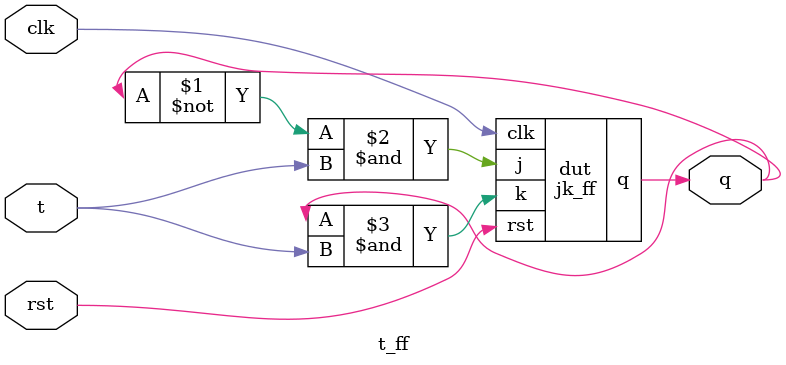
<source format=v>
module jk_ff(output reg q,input wire j,k,rst,clk);
always @(posedge clk or posedge rst) begin
    if (rst)begin
        q=0;
    end
    else begin
      case({j,k})
    2'b00: q<=q;
    2'b01: q<=0;
    2'b10: q<=1;
    2'b11: q<=~q;
    endcase
    end
end
endmodule
module t_ff(input t,clk,rst, output q);
  jk_ff dut (.clk(clk), .rst(rst), .j(~q&t), .k(q&t), .q(q));
endmodule

</source>
